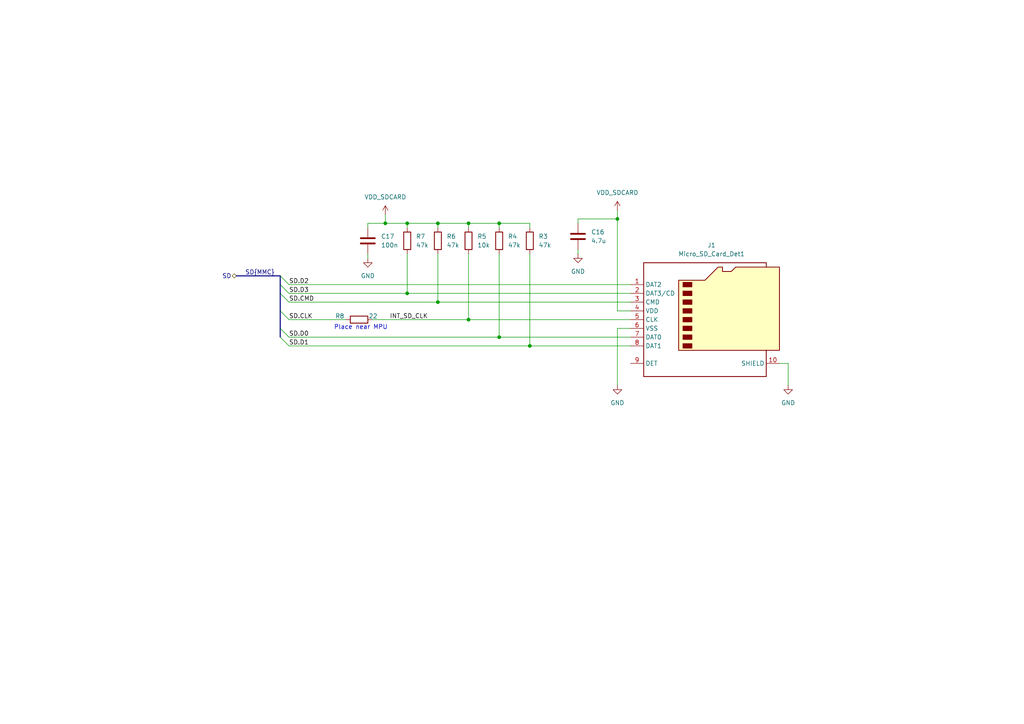
<source format=kicad_sch>
(kicad_sch (version 20250114) (generator "eeschema") (generator_version "9.0")
  (paper "A4")
  (lib_symbols
    (symbol "Connector:Micro_SD_Card_Det1"
      (property "Reference" "J" (at -16.51 17.78 0))
      (property "Value" "Micro_SD_Card_Det1" (at 16.51 17.78 0))
      (symbol "Micro_SD_Card_Det1_0_1"
        (polyline (pts (xy -8.89 -8.89) (xy -8.89 11.43) (xy -1.27 11.43) (xy 2.54 15.24) (xy 3.81 15.24) (xy 3.81 13.97) (xy 6.35 13.97) (xy 7.62 15.24) (xy 20.32 15.24) (xy 20.32 -8.89) (xy -8.89 -8.89)) (stroke (width 0.254)) (fill (type background)))
        (rectangle (start -7.62 10.795) (end -5.08 9.525) (stroke (width 0.254)) (fill (type outline)))
        (rectangle (start -7.62 8.255) (end -5.08 6.985) (stroke (width 0.254)) (fill (type outline)))
        (rectangle (start -7.62 5.715) (end -5.08 4.445) (stroke (width 0.254)) (fill (type outline)))
        (rectangle (start -7.62 3.175) (end -5.08 1.905) (stroke (width 0.254)) (fill (type outline)))
        (rectangle (start -7.62 0.635) (end -5.08 -0.635) (stroke (width 0.254)) (fill (type outline)))
        (rectangle (start -7.62 -1.905) (end -5.08 -3.175) (stroke (width 0.254)) (fill (type outline)))
        (rectangle (start -7.62 -4.445) (end -5.08 -5.715) (stroke (width 0.254)) (fill (type outline)))
        (rectangle (start -7.62 -6.985) (end -5.08 -8.255) (stroke (width 0.254)) (fill (type outline)))
        (polyline (pts (xy 16.51 15.24) (xy 16.51 16.51) (xy -19.05 16.51) (xy -19.05 -16.51) (xy 16.51 -16.51) (xy 16.51 -8.89)) (stroke (width 0.254)))
      )
      (symbol "Micro_SD_Card_Det1_1_1"
        (pin bidirectional line (at -22.86 10.16 0) (length 3.81) (name "DAT2") (number "1"))
        (pin bidirectional line (at -22.86 7.62 0) (length 3.81) (name "DAT3/CD") (number "2"))
        (pin input line (at -22.86 5.08 0) (length 3.81) (name "CMD") (number "3"))
        (pin power_in line (at -22.86 2.54 0) (length 3.81) (name "VDD") (number "4"))
        (pin input line (at -22.86 0 0) (length 3.81) (name "CLK") (number "5"))
        (pin power_in line (at -22.86 -2.54 0) (length 3.81) (name "VSS") (number "6"))
        (pin bidirectional line (at -22.86 -5.08 0) (length 3.81) (name "DAT0") (number "7"))
        (pin bidirectional line (at -22.86 -7.62 0) (length 3.81) (name "DAT1") (number "8"))
        (pin passive line (at -22.86 -12.7 0) (length 3.81) (name "DET") (number "9"))
        (pin passive line (at 20.32 -12.7 180) (length 3.81) (name "SHIELD") (number "10"))
      )
    )
    (symbol "Device:C" (pin_numbers (hide yes)) (pin_names (offset 0.254))
      (property "Reference" "C" (at 0.635 2.54 0))
      (property "Value" "C" (at 0.635 -2.54 0))
      (symbol "C_0_1"
        (polyline (pts (xy -2.032 0.762) (xy 2.032 0.762)) (stroke (width 0.508)))
        (polyline (pts (xy -2.032 -0.762) (xy 2.032 -0.762)) (stroke (width 0.508)))
      )
      (symbol "C_1_1"
        (pin passive line (at 0 3.81 270) (length 2.794) (name "~") (number "1"))
        (pin passive line (at 0 -3.81 90) (length 2.794) (name "~") (number "2"))
      )
    )
    (symbol "Device:R" (pin_numbers (hide yes)) (pin_names (offset 0))
      (property "Reference" "R" (at 2.032 0 90))
      (property "Value" "R" (at 0 0 90))
      (symbol "R_0_1"
        (rectangle (start -1.016 -2.54) (end 1.016 2.54) (stroke (width 0.254)))
      )
      (symbol "R_1_1"
        (pin passive line (at 0 3.81 270) (length 1.27) (name "~") (number "1"))
        (pin passive line (at 0 -3.81 90) (length 1.27) (name "~") (number "2"))
      )
    )
    (symbol "power:+1V0" (power) (pin_numbers (hide yes)) (pin_names (offset 0) (hide yes))
      (property "Value" "+1V0" (at 0 3.556 0))
      (symbol "+1V0_0_1"
        (polyline (pts (xy -0.762 1.27) (xy 0 2.54)))
        (polyline (pts (xy 0 2.54) (xy 0.762 1.27)))
        (polyline (pts (xy 0 0) (xy 0 2.54)))
      )
      (symbol "+1V0_1_1"
        (pin power_in line (at 0 0 90) (length 0) (name "~") (number "1"))
      )
    )
    (symbol "power:GND" (power) (pin_numbers (hide yes)) (pin_names (offset 0) (hide yes))
      (property "Value" "GND" (at 0 -3.81 0))
      (symbol "GND_0_1"
        (polyline (pts (xy 0 0) (xy 0 -1.27) (xy 1.27 -1.27) (xy 0 -2.54) (xy -1.27 -1.27) (xy 0 -1.27)))
      )
      (symbol "GND_1_1"
        (pin power_in line (at 0 0 270) (length 0) (name "~") (number "1"))
      )
    )
  )
  (text "Place near MPU" (at 104.648 94.996 0) (effects (font (size 1.27 1.27))))
  (junction (at 135.89 64.77))
  (junction (at 179.07 63.5))
  (junction (at 153.67 100.33))
  (junction (at 111.76 64.77))
  (junction (at 135.89 92.71))
  (junction (at 144.78 97.79))
  (junction (at 118.11 85.09))
  (junction (at 127 87.63))
  (junction (at 144.78 64.77))
  (junction (at 127 64.77))
  (junction (at 118.11 64.77))
  (bus_entry (at 81.28 85.09) (size 2.54 2.54))
  (bus_entry (at 81.28 90.17) (size 2.54 2.54))
  (bus_entry (at 81.28 80.01) (size 2.54 2.54))
  (bus_entry (at 81.28 95.25) (size 2.54 2.54))
  (bus_entry (at 81.28 97.79) (size 2.54 2.54))
  (bus_entry (at 81.28 82.55) (size 2.54 2.54))
  (wire (pts (xy 127 73.66) (xy 127 87.63)))
  (bus (pts (xy 68.58 80.01) (xy 81.28 80.01)))
  (wire (pts (xy 135.89 92.71) (xy 182.88 92.71)))
  (wire (pts (xy 228.6 111.76) (xy 228.6 105.41)))
  (bus (pts (xy 81.28 82.55) (xy 81.28 80.01)))
  (bus (pts (xy 81.28 95.25) (xy 81.28 90.17)))
  (wire (pts (xy 228.6 105.41) (xy 226.06 105.41)))
  (wire (pts (xy 106.68 66.04) (xy 106.68 64.77)))
  (wire (pts (xy 83.82 85.09) (xy 118.11 85.09)))
  (wire (pts (xy 127 64.77) (xy 135.89 64.77)))
  (wire (pts (xy 167.64 72.39) (xy 167.64 73.66)))
  (wire (pts (xy 144.78 64.77) (xy 153.67 64.77)))
  (wire (pts (xy 144.78 64.77) (xy 144.78 66.04)))
  (wire (pts (xy 118.11 85.09) (xy 182.88 85.09)))
  (wire (pts (xy 135.89 64.77) (xy 144.78 64.77)))
  (wire (pts (xy 153.67 73.66) (xy 153.67 100.33)))
  (wire (pts (xy 144.78 73.66) (xy 144.78 97.79)))
  (wire (pts (xy 127 66.04) (xy 127 64.77)))
  (wire (pts (xy 83.82 100.33) (xy 153.67 100.33)))
  (wire (pts (xy 111.76 64.77) (xy 118.11 64.77)))
  (bus (pts (xy 81.28 90.17) (xy 81.28 85.09)))
  (wire (pts (xy 153.67 100.33) (xy 182.88 100.33)))
  (wire (pts (xy 127 87.63) (xy 182.88 87.63)))
  (wire (pts (xy 118.11 73.66) (xy 118.11 85.09)))
  (wire (pts (xy 153.67 64.77) (xy 153.67 66.04)))
  (bus (pts (xy 81.28 85.09) (xy 81.28 82.55)))
  (wire (pts (xy 83.82 87.63) (xy 127 87.63)))
  (wire (pts (xy 179.07 63.5) (xy 179.07 90.17)))
  (wire (pts (xy 83.82 82.55) (xy 182.88 82.55)))
  (bus (pts (xy 81.28 97.79) (xy 81.28 95.25)))
  (wire (pts (xy 167.64 64.77) (xy 167.64 63.5)))
  (wire (pts (xy 83.82 92.71) (xy 100.33 92.71)))
  (wire (pts (xy 135.89 64.77) (xy 135.89 66.04)))
  (wire (pts (xy 179.07 95.25) (xy 179.07 111.76)))
  (wire (pts (xy 111.76 62.23) (xy 111.76 64.77)))
  (wire (pts (xy 135.89 73.66) (xy 135.89 92.71)))
  (wire (pts (xy 182.88 95.25) (xy 179.07 95.25)))
  (wire (pts (xy 107.95 92.71) (xy 135.89 92.71)))
  (wire (pts (xy 167.64 63.5) (xy 179.07 63.5)))
  (wire (pts (xy 179.07 60.96) (xy 179.07 63.5)))
  (wire (pts (xy 118.11 64.77) (xy 118.11 66.04)))
  (wire (pts (xy 106.68 73.66) (xy 106.68 74.93)))
  (wire (pts (xy 106.68 64.77) (xy 111.76 64.77)))
  (wire (pts (xy 182.88 90.17) (xy 179.07 90.17)))
  (wire (pts (xy 83.82 97.79) (xy 144.78 97.79)))
  (wire (pts (xy 144.78 97.79) (xy 182.88 97.79)))
  (wire (pts (xy 127 64.77) (xy 118.11 64.77)))
  (label "SD{MMC}" (at 71.12 80.01 0))
  (label "INT_SD_CLK" (at 113.03 92.71 0))
  (label "SD.CMD" (at 83.82 87.63 0))
  (label "SD.D1" (at 83.82 100.33 0))
  (label "SD.D3" (at 83.82 85.09 0))
  (label "SD.D0" (at 83.82 97.79 0))
  (label "SD.D2" (at 83.82 82.55 0))
  (label "SD.CLK" (at 83.82 92.71 0))
  (hierarchical_label "SD" (shape bidirectional) (at 68.58 80.01 180))
  (symbol (lib_id "power:+1V0") (at 179.07 60.96 0) (unit 1)
    (property "Reference" "#PWR027" (effects (hide yes)))
    (property "Value" "VDD_SDCARD" (at 179.07 55.88 0))
    (property "Description" "Power symbol creates a global label with name \"+1V0\"" (effects (hide yes)))
  )
  (symbol (lib_id "Device:C") (at 167.64 68.58 0) (unit 1)
    (property "Reference" "C16" (at 171.45 67.3099 0) (effects (justify left)))
    (property "Value" "4.7u" (at 171.45 69.8499 0) (effects (justify left)))
    (property "Description" "Unpolarized capacitor" (effects (hide yes)))
  )
  (symbol (lib_id "power:GND") (at 167.64 73.66 0) (unit 1)
    (property "Reference" "#PWR029" (effects (hide yes)))
    (property "Value" "GND" (at 167.64 78.74 0))
    (property "Description" "Power symbol creates a global label with name \"GND\" , ground" (effects (hide yes)))
  )
  (symbol (lib_id "Device:R") (at 144.78 69.85 0) (unit 1)
    (property "Reference" "R4" (at 147.32 68.5799 0) (effects (justify left)))
    (property "Value" "47k" (at 147.32 71.1199 0) (effects (justify left)))
    (property "Description" "Resistor" (effects (hide yes)))
  )
  (symbol (lib_id "power:GND") (at 228.6 111.76 0) (unit 1)
    (property "Reference" "#PWR032" (effects (hide yes)))
    (property "Value" "GND" (at 228.6 116.84 0))
    (property "Description" "Power symbol creates a global label with name \"GND\" , ground" (effects (hide yes)))
  )
  (symbol (lib_id "power:+1V0") (at 111.76 62.23 0) (unit 1)
    (property "Reference" "#PWR031" (effects (hide yes)))
    (property "Value" "VDD_SDCARD" (at 111.76 57.15 0))
    (property "Description" "Power symbol creates a global label with name \"+1V0\"" (effects (hide yes)))
  )
  (symbol (lib_id "Connector:Micro_SD_Card_Det1") (at 205.74 92.71 0) (unit 1)
    (property "Reference" "J1" (at 206.375 71.12 0))
    (property "Value" "Micro_SD_Card_Det1" (at 206.375 73.66 0))
    (property "Footprint" "Connector_Card:microSD_HC_Hirose_DM3AT-SF-PEJM5" (effects (hide yes)))
    (property "Datasheet" "https://datasheet.lcsc.com/lcsc/2110151630_XKB-Connectivity-XKTF-015-N_C381082.pdf" (effects (hide yes)))
    (property "Description" "Micro SD Card Socket with one card detection pin" (effects (hide yes)))
  )
  (symbol (lib_id "Device:R") (at 135.89 69.85 0) (unit 1)
    (property "Reference" "R5" (at 138.43 68.5799 0) (effects (justify left)))
    (property "Value" "10k" (at 138.43 71.1199 0) (effects (justify left)))
    (property "Description" "Resistor" (effects (hide yes)))
  )
  (symbol (lib_id "power:GND") (at 179.07 111.76 0) (unit 1)
    (property "Reference" "#PWR028" (effects (hide yes)))
    (property "Value" "GND" (at 179.07 116.84 0))
    (property "Description" "Power symbol creates a global label with name \"GND\" , ground" (effects (hide yes)))
  )
  (symbol (lib_id "power:GND") (at 106.68 74.93 0) (unit 1)
    (property "Reference" "#PWR030" (effects (hide yes)))
    (property "Value" "GND" (at 106.68 80.01 0))
    (property "Description" "Power symbol creates a global label with name \"GND\" , ground" (effects (hide yes)))
  )
  (symbol (lib_id "Device:R") (at 127 69.85 0) (unit 1)
    (property "Reference" "R6" (at 129.54 68.5799 0) (effects (justify left)))
    (property "Value" "47k" (at 129.54 71.1199 0) (effects (justify left)))
    (property "Description" "Resistor" (effects (hide yes)))
  )
  (symbol (lib_id "Device:R") (at 118.11 69.85 0) (unit 1)
    (property "Reference" "R7" (at 120.65 68.5799 0) (effects (justify left)))
    (property "Value" "47k" (at 120.65 71.1199 0) (effects (justify left)))
    (property "Description" "Resistor" (effects (hide yes)))
  )
  (symbol (lib_id "Device:R") (at 104.14 92.71 90) (unit 1)
    (property "Reference" "R8" (at 98.552 91.694 90))
    (property "Value" "22" (at 108.204 91.694 90))
    (property "Description" "Resistor" (effects (hide yes)))
  )
  (symbol (lib_id "Device:R") (at 153.67 69.85 0) (unit 1)
    (property "Reference" "R3" (at 156.21 68.5799 0) (effects (justify left)))
    (property "Value" "47k" (at 156.21 71.1199 0) (effects (justify left)))
    (property "Description" "Resistor" (effects (hide yes)))
  )
  (symbol (lib_id "Device:C") (at 106.68 69.85 0) (unit 1)
    (property "Reference" "C17" (at 110.49 68.5799 0) (effects (justify left)))
    (property "Value" "100n" (at 110.49 71.1199 0) (effects (justify left)))
    (property "Description" "Unpolarized capacitor" (effects (hide yes)))
  )
)
</source>
